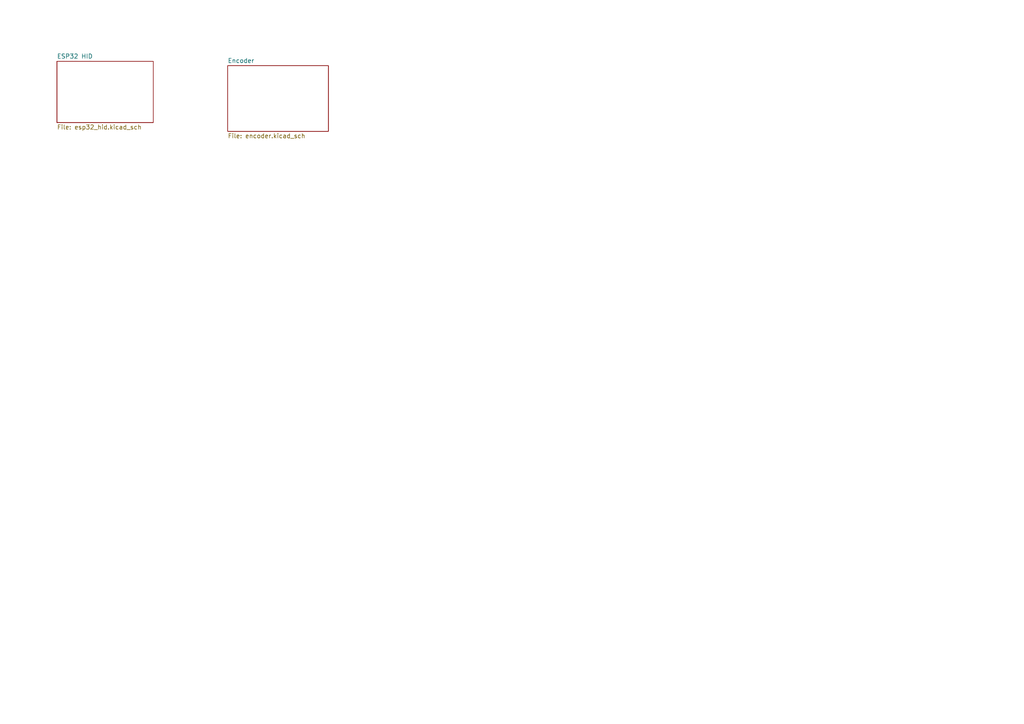
<source format=kicad_sch>
(kicad_sch
	(version 20250114)
	(generator "eeschema")
	(generator_version "9.0")
	(uuid "4e84333a-ed75-4a38-ba9b-d100b228024c")
	(paper "A4")
	(lib_symbols)
	(sheet
		(at 66.04 19.05)
		(size 29.21 19.05)
		(exclude_from_sim no)
		(in_bom yes)
		(on_board yes)
		(dnp no)
		(fields_autoplaced yes)
		(stroke
			(width 0.1524)
			(type solid)
		)
		(fill
			(color 0 0 0 0.0000)
		)
		(uuid "21b245af-c3d8-4405-bdbd-4fdd89fa37ec")
		(property "Sheetname" "Encoder"
			(at 66.04 18.3384 0)
			(effects
				(font
					(size 1.27 1.27)
				)
				(justify left bottom)
			)
		)
		(property "Sheetfile" "encoder.kicad_sch"
			(at 66.04 38.6846 0)
			(effects
				(font
					(size 1.27 1.27)
				)
				(justify left top)
			)
		)
		(instances
			(project "Tisch"
				(path "/08b9944e-0e9a-4685-98da-9a654683b13c/245bb5b0-daf4-45b9-ad72-e6163f4a1a2a"
					(page "16")
				)
			)
			(project "hid"
				(path "/4e84333a-ed75-4a38-ba9b-d100b228024c"
					(page "4")
				)
			)
		)
	)
	(sheet
		(at 16.51 17.78)
		(size 27.94 17.78)
		(exclude_from_sim no)
		(in_bom yes)
		(on_board yes)
		(dnp no)
		(fields_autoplaced yes)
		(stroke
			(width 0.1524)
			(type solid)
		)
		(fill
			(color 0 0 0 0.0000)
		)
		(uuid "32d7e3ce-7b62-40e2-8be1-57adbbb5983b")
		(property "Sheetname" "ESP32 HID"
			(at 16.51 17.0684 0)
			(effects
				(font
					(size 1.27 1.27)
				)
				(justify left bottom)
			)
		)
		(property "Sheetfile" "esp32_hid.kicad_sch"
			(at 16.51 36.1446 0)
			(effects
				(font
					(size 1.27 1.27)
				)
				(justify left top)
			)
		)
		(instances
			(project "Tisch"
				(path "/08b9944e-0e9a-4685-98da-9a654683b13c/245bb5b0-daf4-45b9-ad72-e6163f4a1a2a"
					(page "14")
				)
			)
			(project "hid"
				(path "/4e84333a-ed75-4a38-ba9b-d100b228024c"
					(page "2")
				)
			)
		)
	)
	(sheet_instances
		(path "/"
			(page "1")
		)
	)
	(embedded_fonts no)
)

</source>
